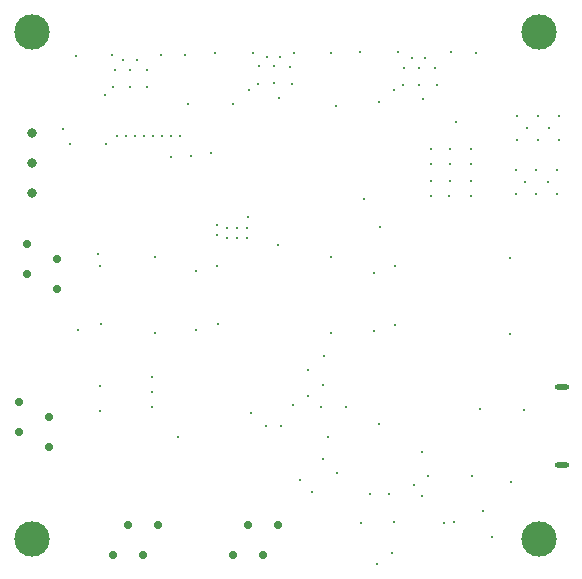
<source format=gbr>
%TF.GenerationSoftware,KiCad,Pcbnew,(6.0.7)*%
%TF.CreationDate,2022-10-31T13:10:42+02:00*%
%TF.ProjectId,DeltaX_SAGA,44656c74-6158-45f5-9341-47412e6b6963,rev?*%
%TF.SameCoordinates,Original*%
%TF.FileFunction,Plated,1,4,PTH,Mixed*%
%TF.FilePolarity,Positive*%
%FSLAX46Y46*%
G04 Gerber Fmt 4.6, Leading zero omitted, Abs format (unit mm)*
G04 Created by KiCad (PCBNEW (6.0.7)) date 2022-10-31 13:10:42*
%MOMM*%
%LPD*%
G01*
G04 APERTURE LIST*
%TA.AperFunction,ViaDrill*%
%ADD10C,0.200000*%
%TD*%
G04 aperture for slot hole*
%TA.AperFunction,ComponentDrill*%
%ADD11O,1.200000X0.500000*%
%TD*%
%TA.AperFunction,ComponentDrill*%
%ADD12C,0.700000*%
%TD*%
%TA.AperFunction,ComponentDrill*%
%ADD13C,0.800000*%
%TD*%
%TA.AperFunction,ViaDrill*%
%ADD14C,3.000000*%
%TD*%
G04 APERTURE END LIST*
D10*
X124659600Y-96247600D03*
X125269200Y-97543000D03*
X125751800Y-90024600D03*
X125929600Y-113291000D03*
X127606000Y-106864800D03*
X127770800Y-107817600D03*
X127783800Y-118040800D03*
X127788800Y-120149000D03*
X127834600Y-112757600D03*
X128204024Y-93324846D03*
X128266400Y-97543000D03*
X128774400Y-89948400D03*
X128888800Y-92674200D03*
X129053800Y-91218400D03*
X129250200Y-96834200D03*
X129739600Y-90405600D03*
X129986800Y-96834200D03*
X130298400Y-92712799D03*
X130349200Y-91218400D03*
X130774200Y-96834200D03*
X130882600Y-90405600D03*
X131510800Y-96834200D03*
X131746200Y-91243800D03*
X131788800Y-92704200D03*
X132152600Y-118523400D03*
X132152600Y-119768000D03*
X132178000Y-117253400D03*
X132298200Y-96834200D03*
X132406600Y-107093400D03*
X132406600Y-113519600D03*
X132914600Y-89999200D03*
X133034800Y-96834200D03*
X133822200Y-96834200D03*
X133838800Y-98604200D03*
X134387800Y-122308000D03*
X134558800Y-96834200D03*
X134946600Y-89999200D03*
X135226000Y-94164800D03*
X135508800Y-98494200D03*
X135911800Y-113291000D03*
X135937200Y-108261800D03*
X137228800Y-98304200D03*
X137512000Y-89796000D03*
X137689800Y-107830000D03*
X137715200Y-104375600D03*
X137715200Y-105213800D03*
X137740600Y-112783000D03*
X138528000Y-104604200D03*
X138528000Y-105442400D03*
X139086800Y-94114000D03*
X139391600Y-104604200D03*
X139391600Y-105442400D03*
X140229800Y-104604200D03*
X140229800Y-105442400D03*
X140280600Y-103715200D03*
X140418800Y-92974200D03*
X140585400Y-120326800D03*
X140737800Y-89796000D03*
X141158800Y-92394200D03*
X141220400Y-90939000D03*
X141830000Y-121419000D03*
X141906200Y-90126200D03*
X142515800Y-90939000D03*
X142558800Y-92384200D03*
X142868800Y-106084200D03*
X142947600Y-93580600D03*
X143049200Y-90126200D03*
X143100000Y-121368200D03*
X143912800Y-90964400D03*
X144038800Y-92394200D03*
X144172800Y-119635000D03*
X144192200Y-89796000D03*
X144725600Y-125991000D03*
X145411400Y-118853600D03*
X145436800Y-116643800D03*
X145767000Y-127007000D03*
X146529000Y-119818800D03*
X146630600Y-124187600D03*
X146681400Y-117888400D03*
X146757600Y-115424600D03*
X147113200Y-122333400D03*
X147367200Y-89770600D03*
X147367200Y-107118800D03*
X147367200Y-113519600D03*
X147748200Y-94291800D03*
X147824400Y-125330600D03*
X148611800Y-119768000D03*
X149831000Y-89719800D03*
X149856400Y-129612303D03*
X150148800Y-102154200D03*
X150669200Y-127159400D03*
X150974000Y-113341800D03*
X150999400Y-108414200D03*
X151278700Y-133077700D03*
X151398800Y-93974200D03*
X151431200Y-121257300D03*
X151488800Y-104514200D03*
X152269400Y-127159400D03*
X152528800Y-132114200D03*
X152658800Y-92944200D03*
X152675800Y-129536103D03*
X152752000Y-112833800D03*
X152802800Y-107880800D03*
X153031400Y-89745200D03*
X153418800Y-92504200D03*
X153488600Y-91066000D03*
X154174400Y-90253200D03*
X154384300Y-126378700D03*
X154784000Y-91066000D03*
X154809400Y-92479999D03*
X155012600Y-127351703D03*
X155088800Y-123588897D03*
X155178800Y-93694200D03*
X155317400Y-90253200D03*
X155520600Y-125635400D03*
X155779800Y-101954200D03*
X155805200Y-97915600D03*
X155805200Y-99211000D03*
X155805200Y-100633400D03*
X156181000Y-91091400D03*
X156338800Y-92494200D03*
X156908800Y-129604200D03*
X157380000Y-101954200D03*
X157405400Y-97915600D03*
X157405400Y-99211000D03*
X157405400Y-100633400D03*
X157476400Y-89745200D03*
X157791503Y-129525400D03*
X157908200Y-95638000D03*
X159208800Y-101954200D03*
X159234200Y-97915600D03*
X159234200Y-99211000D03*
X159234200Y-100633400D03*
X159301000Y-125616800D03*
X159635400Y-89770600D03*
X159965600Y-119945800D03*
X160250900Y-128602100D03*
X160968800Y-130794200D03*
X162480200Y-107144200D03*
X162480200Y-113570400D03*
X162577600Y-126099400D03*
X162990800Y-99736200D03*
X162990800Y-101742800D03*
X163115200Y-95155400D03*
X163115200Y-97162000D03*
X163724800Y-120047400D03*
X163803600Y-100752200D03*
X163928000Y-96171400D03*
X164743400Y-99736200D03*
X164743400Y-101742800D03*
X164867800Y-95155400D03*
X164867800Y-97162000D03*
X165683200Y-100752200D03*
X165807600Y-96171400D03*
X166496000Y-99736200D03*
X166496000Y-101742800D03*
X166620400Y-95155400D03*
X166620400Y-97162000D03*
D11*
%TO.C,J1*%
X166874400Y-118068200D03*
X166874400Y-124668200D03*
D12*
%TO.C,J8*%
X120903700Y-119396900D03*
X120903700Y-121936900D03*
%TO.C,J6*%
X121650300Y-106001700D03*
X121650300Y-108541700D03*
%TO.C,J8*%
X123443700Y-120666900D03*
X123443700Y-123206900D03*
%TO.C,J6*%
X124190300Y-107271700D03*
X124190300Y-109811700D03*
%TO.C,J9*%
X128926800Y-132315600D03*
X130196800Y-129775600D03*
X131466800Y-132315600D03*
X132736800Y-129775600D03*
%TO.C,J10*%
X139020500Y-132286900D03*
X140290500Y-129746900D03*
X141560500Y-132286900D03*
X142830500Y-129746900D03*
D13*
%TO.C,J3*%
X122038800Y-96604200D03*
X122038800Y-99144200D03*
X122038800Y-101684200D03*
%TD*%
D14*
X122000000Y-88000000D03*
X122000000Y-131000000D03*
X165000000Y-88000000D03*
X165000000Y-131000000D03*
M02*

</source>
